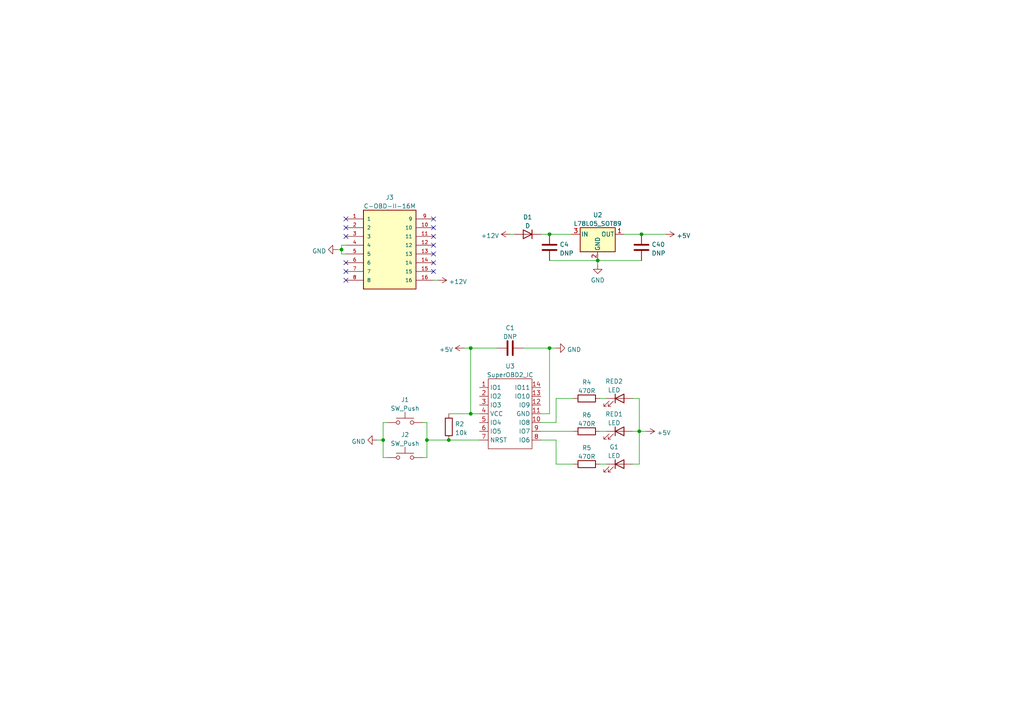
<source format=kicad_sch>
(kicad_sch (version 20211123) (generator eeschema)
  (paper "A4")
  (lib_symbols
    (symbol "C-OBD-II-16M:C-OBD-II-16M" (pin_names (offset 1.016))
      (property "Reference" "J" (at -7.62 11.43 0))
      (property "Value" "C-OBD-II-16M" (at -7.62 -13.97 0))
      (symbol "C-OBD-II-16M_0_0"
        (rectangle (start -7.62 -12.7) (end 7.62 10.16) (stroke (width 0.254)) (fill (type background)))
        (pin passive line (at -12.7 7.62 0) (length 5.08) (name "1") (number "1"))
        (pin passive line (at 12.7 5.08 180) (length 5.08) (name "10") (number "10"))
        (pin passive line (at 12.7 2.54 180) (length 5.08) (name "11") (number "11"))
        (pin passive line (at 12.7 0 180) (length 5.08) (name "12") (number "12"))
        (pin passive line (at 12.7 -2.54 180) (length 5.08) (name "13") (number "13"))
        (pin passive line (at 12.7 -5.08 180) (length 5.08) (name "14") (number "14"))
        (pin passive line (at 12.7 -7.62 180) (length 5.08) (name "15") (number "15"))
        (pin passive line (at 12.7 -10.16 180) (length 5.08) (name "16") (number "16"))
        (pin passive line (at -12.7 5.08 0) (length 5.08) (name "2") (number "2"))
        (pin passive line (at -12.7 2.54 0) (length 5.08) (name "3") (number "3"))
        (pin passive line (at -12.7 0 0) (length 5.08) (name "4") (number "4"))
        (pin passive line (at -12.7 -2.54 0) (length 5.08) (name "5") (number "5"))
        (pin passive line (at -12.7 -5.08 0) (length 5.08) (name "6") (number "6"))
        (pin passive line (at -12.7 -7.62 0) (length 5.08) (name "7") (number "7"))
        (pin passive line (at -12.7 -10.16 0) (length 5.08) (name "8") (number "8"))
        (pin passive line (at 12.7 7.62 180) (length 5.08) (name "9") (number "9"))
      )
    )
    (symbol "Device:C" (pin_numbers hide) (pin_names (offset 0.254))
      (property "Reference" "C" (at 0.635 2.54 0))
      (property "Value" "C" (at 0.635 -2.54 0))
      (symbol "C_0_1"
        (polyline (pts (xy -2.032 -0.762) (xy 2.032 -0.762)) (stroke (width 0.508)))
        (polyline (pts (xy -2.032 0.762) (xy 2.032 0.762)) (stroke (width 0.508)))
      )
      (symbol "C_1_1"
        (pin passive line (at 0 3.81 270) (length 2.794) (name "~") (number "1"))
        (pin passive line (at 0 -3.81 90) (length 2.794) (name "~") (number "2"))
      )
    )
    (symbol "Device:D" (pin_numbers hide) (pin_names (offset 1.016) hide)
      (property "Reference" "D" (at 0 2.54 0))
      (property "Value" "D" (at 0 -2.54 0))
      (symbol "D_0_1"
        (polyline (pts (xy -1.27 1.27) (xy -1.27 -1.27)) (stroke (width 0.254)))
        (polyline (pts (xy 1.27 0) (xy -1.27 0)))
        (polyline (pts (xy 1.27 1.27) (xy 1.27 -1.27) (xy -1.27 0) (xy 1.27 1.27)) (stroke (width 0.254)))
      )
      (symbol "D_1_1"
        (pin passive line (at -3.81 0 0) (length 2.54) (name "K") (number "1"))
        (pin passive line (at 3.81 0 180) (length 2.54) (name "A") (number "2"))
      )
    )
    (symbol "Device:LED" (pin_numbers hide) (pin_names (offset 1.016) hide)
      (property "Reference" "D" (at 0 2.54 0))
      (property "Value" "LED" (at 0 -2.54 0))
      (symbol "LED_0_1"
        (polyline (pts (xy -1.27 -1.27) (xy -1.27 1.27)) (stroke (width 0.254)))
        (polyline (pts (xy -1.27 0) (xy 1.27 0)))
        (polyline (pts (xy 1.27 -1.27) (xy 1.27 1.27) (xy -1.27 0) (xy 1.27 -1.27)) (stroke (width 0.254)))
        (polyline (pts (xy -3.048 -0.762) (xy -4.572 -2.286) (xy -3.81 -2.286) (xy -4.572 -2.286) (xy -4.572 -1.524)))
        (polyline (pts (xy -1.778 -0.762) (xy -3.302 -2.286) (xy -2.54 -2.286) (xy -3.302 -2.286) (xy -3.302 -1.524)))
      )
      (symbol "LED_1_1"
        (pin passive line (at -3.81 0 0) (length 2.54) (name "K") (number "1"))
        (pin passive line (at 3.81 0 180) (length 2.54) (name "A") (number "2"))
      )
    )
    (symbol "Device:R" (pin_numbers hide) (pin_names (offset 0))
      (property "Reference" "R" (at 2.032 0 90))
      (property "Value" "R" (at 0 0 90))
      (symbol "R_0_1"
        (rectangle (start -1.016 -2.54) (end 1.016 2.54) (stroke (width 0.254)))
      )
      (symbol "R_1_1"
        (pin passive line (at 0 3.81 270) (length 1.27) (name "~") (number "1"))
        (pin passive line (at 0 -3.81 90) (length 1.27) (name "~") (number "2"))
      )
    )
    (symbol "Regulator_Linear:L78L05_SOT89" (pin_names (offset 0.254))
      (property "Reference" "U" (at -3.81 3.175 0))
      (property "Value" "L78L05_SOT89" (at -0.635 3.175 0))
      (symbol "L78L05_SOT89_0_1"
        (rectangle (start -5.08 1.905) (end 5.08 -5.08) (stroke (width 0.254)) (fill (type background)))
      )
      (symbol "L78L05_SOT89_1_1"
        (pin power_out line (at 7.62 0 180) (length 2.54) (name "OUT") (number "1"))
        (pin power_in line (at 0 -7.62 90) (length 2.54) (name "GND") (number "2"))
        (pin power_in line (at -7.62 0 0) (length 2.54) (name "IN") (number "3"))
      )
    )
    (symbol "Switch:SW_Push" (pin_numbers hide) (pin_names (offset 1.016) hide)
      (property "Reference" "SW" (at 1.27 2.54 0))
      (property "Value" "SW_Push" (at 0 -1.524 0))
      (symbol "SW_Push_0_1"
        (circle (center -2.032 0) (radius 0.508))
        (polyline (pts (xy 0 1.27) (xy 0 3.048)))
        (polyline (pts (xy 2.54 1.27) (xy -2.54 1.27)))
        (circle (center 2.032 0) (radius 0.508))
        (pin passive line (at -5.08 0 0) (length 2.54) (name "1") (number "1"))
        (pin passive line (at 5.08 0 180) (length 2.54) (name "2") (number "2"))
      )
    )
    (symbol "misc_ics:SuperOBD2_IC"
      (property "Reference" "U" (at 0 13.97 0))
      (property "Value" "SuperOBD2_IC" (at 0 11.43 0))
      (symbol "SuperOBD2_IC_0_1"
        (rectangle (start -6.35 10.16) (end 6.35 -10.16) (stroke (width 0.1524)))
      )
      (symbol "SuperOBD2_IC_1_1"
        (pin bidirectional line (at -8.89 7.62 0) (length 2.54) (name "IO1") (number "1"))
        (pin bidirectional line (at 8.89 -2.54 180) (length 2.54) (name "IO8") (number "10"))
        (pin power_in line (at 8.89 0 180) (length 2.54) (name "GND") (number "11"))
        (pin bidirectional line (at 8.89 2.54 180) (length 2.54) (name "IO9") (number "12"))
        (pin bidirectional line (at 8.89 5.08 180) (length 2.54) (name "IO10") (number "13"))
        (pin bidirectional line (at 8.89 7.62 180) (length 2.54) (name "IO11") (number "14"))
        (pin bidirectional line (at -8.89 5.08 0) (length 2.54) (name "IO2") (number "2"))
        (pin bidirectional line (at -8.89 2.54 0) (length 2.54) (name "IO3") (number "3"))
        (pin power_in line (at -8.89 0 0) (length 2.54) (name "VCC") (number "4"))
        (pin bidirectional line (at -8.89 -2.54 0) (length 2.54) (name "IO4") (number "5"))
        (pin bidirectional line (at -8.89 -5.08 0) (length 2.54) (name "IO5") (number "6"))
        (pin input line (at -8.89 -7.62 0) (length 2.54) (name "NRST") (number "7"))
        (pin bidirectional line (at 8.89 -7.62 180) (length 2.54) (name "IO6") (number "8"))
        (pin bidirectional line (at 8.89 -5.08 180) (length 2.54) (name "IO7") (number "9"))
      )
    )
    (symbol "power:+12V" (power) (pin_names (offset 0))
      (property "Value" "+12V" (at 0 3.556 0))
      (symbol "+12V_0_1"
        (polyline (pts (xy -0.762 1.27) (xy 0 2.54)))
        (polyline (pts (xy 0 0) (xy 0 2.54)))
        (polyline (pts (xy 0 2.54) (xy 0.762 1.27)))
      )
      (symbol "+12V_1_1"
        (pin power_in line (at 0 0 90) (length 0) hide (name "+12V") (number "1"))
      )
    )
    (symbol "power:+5V" (power) (pin_names (offset 0))
      (property "Value" "+5V" (at 0 3.556 0))
      (symbol "+5V_0_1"
        (polyline (pts (xy -0.762 1.27) (xy 0 2.54)))
        (polyline (pts (xy 0 0) (xy 0 2.54)))
        (polyline (pts (xy 0 2.54) (xy 0.762 1.27)))
      )
      (symbol "+5V_1_1"
        (pin power_in line (at 0 0 90) (length 0) hide (name "+5V") (number "1"))
      )
    )
    (symbol "power:GND" (power) (pin_names (offset 0))
      (property "Value" "GND" (at 0 -3.81 0))
      (symbol "GND_0_1"
        (polyline (pts (xy 0 0) (xy 0 -1.27) (xy 1.27 -1.27) (xy 0 -2.54) (xy -1.27 -1.27) (xy 0 -1.27)))
      )
      (symbol "GND_1_1"
        (pin power_in line (at 0 0 270) (length 0) hide (name "GND") (number "1"))
      )
    )
  )
  (junction (at 185.42 125.095))
  (junction (at 111.125 127.635))
  (junction (at 186.055 67.945))
  (junction (at 99.06 72.39))
  (junction (at 130.175 127.635))
  (junction (at 136.525 100.965))
  (junction (at 136.525 120.015))
  (junction (at 159.385 67.945))
  (junction (at 173.355 75.565))
  (junction (at 159.385 100.965))
  (junction (at 123.825 127.635))
  (no_connect (at 125.73 76.2))
  (no_connect (at 125.73 78.74))
  (no_connect (at 100.33 81.28))
  (no_connect (at 100.33 78.74))
  (no_connect (at 100.33 76.2))
  (no_connect (at 125.73 68.58))
  (no_connect (at 125.73 71.12))
  (no_connect (at 125.73 66.04))
  (no_connect (at 125.73 73.66))
  (no_connect (at 100.33 63.5))
  (no_connect (at 100.33 66.04))
  (no_connect (at 100.33 68.58))
  (no_connect (at 125.73 63.5))
  (wire (pts (xy 109.22 127.635) (xy 111.125 127.635)))
  (wire (pts (xy 136.525 120.015) (xy 139.065 120.015)))
  (wire (pts (xy 156.845 125.095) (xy 166.37 125.095)))
  (wire (pts (xy 161.29 115.57) (xy 161.29 122.555)))
  (wire (pts (xy 125.73 81.28) (xy 127 81.28)))
  (wire (pts (xy 147.955 67.945) (xy 149.225 67.945)))
  (wire (pts (xy 123.825 122.555) (xy 123.825 127.635)))
  (wire (pts (xy 111.125 122.555) (xy 112.395 122.555)))
  (wire (pts (xy 173.355 75.565) (xy 173.355 76.835)))
  (wire (pts (xy 111.125 122.555) (xy 111.125 127.635)))
  (wire (pts (xy 159.385 67.945) (xy 165.735 67.945)))
  (wire (pts (xy 159.385 120.015) (xy 156.845 120.015)))
  (wire (pts (xy 123.825 122.555) (xy 122.555 122.555)))
  (wire (pts (xy 136.525 100.965) (xy 136.525 120.015)))
  (wire (pts (xy 159.385 100.965) (xy 159.385 120.015)))
  (wire (pts (xy 99.06 72.39) (xy 99.06 73.66)))
  (wire (pts (xy 173.355 75.565) (xy 186.055 75.565)))
  (wire (pts (xy 99.06 71.12) (xy 99.06 72.39)))
  (wire (pts (xy 185.42 125.095) (xy 185.42 134.62)))
  (wire (pts (xy 183.515 115.57) (xy 185.42 115.57)))
  (wire (pts (xy 166.37 115.57) (xy 161.29 115.57)))
  (wire (pts (xy 173.99 125.095) (xy 175.895 125.095)))
  (wire (pts (xy 186.055 67.945) (xy 193.04 67.945)))
  (wire (pts (xy 97.79 72.39) (xy 99.06 72.39)))
  (wire (pts (xy 111.125 127.635) (xy 111.125 132.715)))
  (wire (pts (xy 185.42 115.57) (xy 185.42 125.095)))
  (wire (pts (xy 123.825 132.715) (xy 122.555 132.715)))
  (wire (pts (xy 123.825 127.635) (xy 130.175 127.635)))
  (wire (pts (xy 180.975 67.945) (xy 186.055 67.945)))
  (wire (pts (xy 111.125 132.715) (xy 112.395 132.715)))
  (wire (pts (xy 185.42 134.62) (xy 183.515 134.62)))
  (wire (pts (xy 130.175 127.635) (xy 139.065 127.635)))
  (wire (pts (xy 99.06 73.66) (xy 100.33 73.66)))
  (wire (pts (xy 144.145 100.965) (xy 136.525 100.965)))
  (wire (pts (xy 161.29 134.62) (xy 161.29 127.635)))
  (wire (pts (xy 183.515 125.095) (xy 185.42 125.095)))
  (wire (pts (xy 173.99 115.57) (xy 175.895 115.57)))
  (wire (pts (xy 173.99 134.62) (xy 175.895 134.62)))
  (wire (pts (xy 161.29 127.635) (xy 156.845 127.635)))
  (wire (pts (xy 151.765 100.965) (xy 159.385 100.965)))
  (wire (pts (xy 123.825 127.635) (xy 123.825 132.715)))
  (wire (pts (xy 159.385 75.565) (xy 173.355 75.565)))
  (wire (pts (xy 159.385 100.965) (xy 161.29 100.965)))
  (wire (pts (xy 156.845 67.945) (xy 159.385 67.945)))
  (wire (pts (xy 130.175 120.015) (xy 136.525 120.015)))
  (wire (pts (xy 134.62 100.965) (xy 136.525 100.965)))
  (wire (pts (xy 185.42 125.095) (xy 187.325 125.095)))
  (wire (pts (xy 100.33 71.12) (xy 99.06 71.12)))
  (wire (pts (xy 166.37 134.62) (xy 161.29 134.62)))
  (wire (pts (xy 161.29 122.555) (xy 156.845 122.555)))
  (symbol (lib_id "power:GND") (at 161.29 100.965 90) (unit 1)
    (property "Reference" "#PWR?" (effects hide))
    (property "Value" "GND" (at 164.465 101.3988 90) (effects (justify right)))
  )
  (symbol (lib_id "Regulator_Linear:L78L05_SOT89") (at 173.355 67.945 0) (unit 1)
    (property "Reference" "U2" (at 173.355 62.3402 0))
    (property "Value" "L78L05_SOT89" (at 173.355 64.8771 0))
    (property "Footprint" "Package_TO_SOT_SMD:SOT-89-3" (effects hide))
    (property "Datasheet" "http://www.st.com/content/ccc/resource/technical/document/datasheet/15/55/e5/aa/23/5b/43/fd/CD00000446.pdf/files/CD00000446.pdf/jcr:content/translations/en.CD00000446.pdf" (effects hide))
  )
  (symbol (lib_id "Device:C") (at 186.055 71.755 0) (unit 1)
    (property "Reference" "C40" (at 188.976 70.9203 0) (effects (justify left)))
    (property "Value" "DNP" (at 188.976 73.4572 0) (effects (justify left)))
  )
  (symbol (lib_id "Device:R") (at 170.18 134.62 90) (unit 1)
    (property "Reference" "R5" (at 170.18 129.9042 90))
    (property "Value" "470R" (at 170.18 132.4411 90))
  )
  (symbol (lib_id "Device:R") (at 130.175 123.825 0) (unit 1)
    (property "Reference" "R2" (at 131.953 122.9903 0) (effects (justify left)))
    (property "Value" "10k" (at 131.953 125.5272 0) (effects (justify left)))
  )
  (symbol (lib_id "Device:D") (at 153.035 67.945 180) (unit 1)
    (property "Reference" "D1" (at 153.035 62.9752 0))
    (property "Value" "D" (at 153.035 65.5121 0))
  )
  (symbol (lib_id "power:GND") (at 97.79 72.39 270) (unit 1)
    (property "Reference" "#PWR?" (effects hide))
    (property "Value" "GND" (at 94.6151 72.8238 90) (effects (justify right)))
  )
  (symbol (lib_id "misc_ics:SuperOBD2_IC") (at 147.955 120.015 0) (unit 1)
    (property "Reference" "U3" (at 147.955 106.206 0))
    (property "Value" "SuperOBD2_IC" (at 147.955 108.7429 0))
  )
  (symbol (lib_id "Device:C") (at 159.385 71.755 0) (unit 1)
    (property "Reference" "C4" (at 162.306 70.9203 0) (effects (justify left)))
    (property "Value" "DNP" (at 162.306 73.4572 0) (effects (justify left)))
  )
  (symbol (lib_id "power:GND") (at 109.22 127.635 270) (unit 1)
    (property "Reference" "#PWR?" (effects hide))
    (property "Value" "GND" (at 106.0451 128.0688 90) (effects (justify right)))
  )
  (symbol (lib_id "power:+5V") (at 134.62 100.965 90) (unit 1)
    (property "Reference" "#PWR?" (effects hide))
    (property "Value" "+5V" (at 131.4451 101.3988 90) (effects (justify left)))
  )
  (symbol (lib_id "Switch:SW_Push") (at 117.475 132.715 0) (unit 1)
    (property "Reference" "J2" (at 117.475 126.0942 0))
    (property "Value" "SW_Push" (at 117.475 128.6311 0))
  )
  (symbol (lib_id "Device:LED") (at 179.705 134.62 0) (unit 1)
    (property "Reference" "G1" (at 178.1175 129.6502 0))
    (property "Value" "LED" (at 178.1175 132.1871 0))
  )
  (symbol (lib_id "Device:LED") (at 179.705 125.095 0) (unit 1)
    (property "Reference" "RED1" (at 178.1175 120.1252 0))
    (property "Value" "LED" (at 178.1175 122.6621 0))
  )
  (symbol (lib_id "power:+5V") (at 187.325 125.095 270) (unit 1)
    (property "Reference" "#PWR?" (effects hide))
    (property "Value" "+5V" (at 190.5 125.5288 90) (effects (justify left)))
  )
  (symbol (lib_id "C-OBD-II-16M:C-OBD-II-16M") (at 113.03 71.12 0) (unit 1)
    (property "Reference" "J3" (at 113.03 57.2602 0))
    (property "Value" "C-OBD-II-16M" (at 113.03 59.7971 0))
    (property "Footprint" "COMTECH_C-OBD-II-16M" (effects hide))
    (property "PARTREV" "A" (effects hide))
    (property "MAXIMUM_PACKAGE_HEIGHT" "18.3mm" (effects hide))
    (property "STANDARD" "Manufacturer Recommendations" (effects hide))
    (property "MANUFACTURER" "Comtech Electronic Co." (effects hide))
  )
  (symbol (lib_id "power:+12V") (at 147.955 67.945 90) (unit 1)
    (property "Reference" "#PWR?" (effects hide))
    (property "Value" "+12V" (at 144.78 68.3788 90) (effects (justify left)))
  )
  (symbol (lib_id "power:+5V") (at 193.04 67.945 270) (unit 1)
    (property "Reference" "#PWR?" (effects hide))
    (property "Value" "+5V" (at 196.215 68.3788 90) (effects (justify left)))
  )
  (symbol (lib_id "Device:R") (at 170.18 125.095 90) (unit 1)
    (property "Reference" "R6" (at 170.18 120.3792 90))
    (property "Value" "470R" (at 170.18 122.9161 90))
  )
  (symbol (lib_id "power:GND") (at 173.355 76.835 0) (unit 1)
    (property "Reference" "#PWR?" (effects hide))
    (property "Value" "GND" (at 173.355 81.2784 0))
  )
  (symbol (lib_id "Device:C") (at 147.955 100.965 90) (unit 1)
    (property "Reference" "C1" (at 147.955 95.1062 90))
    (property "Value" "DNP" (at 147.955 97.6431 90))
  )
  (symbol (lib_id "Device:LED") (at 179.705 115.57 0) (unit 1)
    (property "Reference" "RED2" (at 178.1175 110.6002 0))
    (property "Value" "LED" (at 178.1175 113.1371 0))
  )
  (symbol (lib_id "Switch:SW_Push") (at 117.475 122.555 0) (unit 1)
    (property "Reference" "J1" (at 117.475 115.9342 0))
    (property "Value" "SW_Push" (at 117.475 118.4711 0))
  )
  (symbol (lib_id "power:+12V") (at 127 81.28 270) (unit 1)
    (property "Reference" "#PWR?" (effects hide))
    (property "Value" "+12V" (at 130.175 81.7138 90) (effects (justify left)))
  )
  (symbol (lib_id "Device:R") (at 170.18 115.57 90) (unit 1)
    (property "Reference" "R4" (at 170.18 110.8542 90))
    (property "Value" "470R" (at 170.18 113.3911 90))
  )
)
</source>
